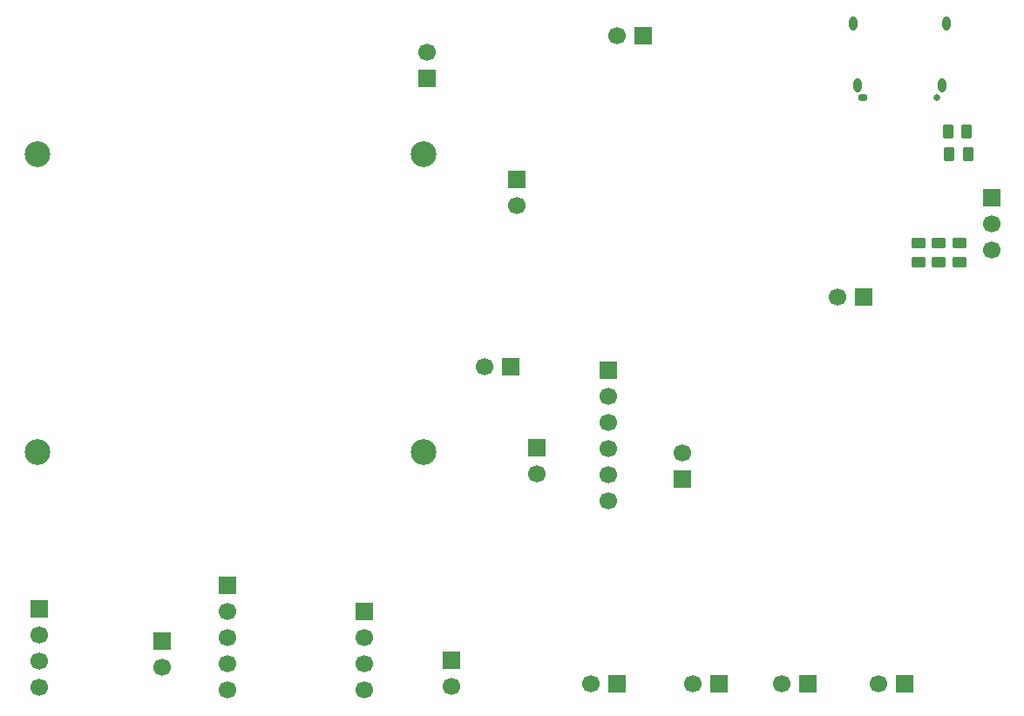
<source format=gbr>
%TF.GenerationSoftware,KiCad,Pcbnew,9.0.1+1*%
%TF.CreationDate,2025-10-28T07:39:43+00:00*%
%TF.ProjectId,ZSWatch-Watch-DevKit,5a535761-7463-4682-9d57-617463682d44,1.1.0+ (Unreleased)*%
%TF.SameCoordinates,Original*%
%TF.FileFunction,Soldermask,Bot*%
%TF.FilePolarity,Negative*%
%FSLAX46Y46*%
G04 Gerber Fmt 4.6, Leading zero omitted, Abs format (unit mm)*
G04 Created by KiCad (PCBNEW 9.0.1+1) date 2025-10-28 07:39:43*
%MOMM*%
%LPD*%
G01*
G04 APERTURE LIST*
G04 Aperture macros list*
%AMRoundRect*
0 Rectangle with rounded corners*
0 $1 Rounding radius*
0 $2 $3 $4 $5 $6 $7 $8 $9 X,Y pos of 4 corners*
0 Add a 4 corners polygon primitive as box body*
4,1,4,$2,$3,$4,$5,$6,$7,$8,$9,$2,$3,0*
0 Add four circle primitives for the rounded corners*
1,1,$1+$1,$2,$3*
1,1,$1+$1,$4,$5*
1,1,$1+$1,$6,$7*
1,1,$1+$1,$8,$9*
0 Add four rect primitives between the rounded corners*
20,1,$1+$1,$2,$3,$4,$5,0*
20,1,$1+$1,$4,$5,$6,$7,0*
20,1,$1+$1,$6,$7,$8,$9,0*
20,1,$1+$1,$8,$9,$2,$3,0*%
G04 Aperture macros list end*
%ADD10R,1.700000X1.700000*%
%ADD11C,1.700000*%
%ADD12C,2.500000*%
%ADD13C,0.650000*%
%ADD14O,0.950000X0.650000*%
%ADD15O,0.800000X1.400000*%
%ADD16RoundRect,0.250000X0.450000X-0.262500X0.450000X0.262500X-0.450000X0.262500X-0.450000X-0.262500X0*%
%ADD17RoundRect,0.250000X0.262500X0.450000X-0.262500X0.450000X-0.262500X-0.450000X0.262500X-0.450000X0*%
G04 APERTURE END LIST*
D10*
%TO.C,X508*%
X200900000Y-120700000D03*
D11*
X200900000Y-118160000D03*
%TD*%
D10*
%TO.C,X503*%
X175100000Y-175400000D03*
D11*
X175100000Y-177940000D03*
%TD*%
D12*
%TO.C,REF\u002A\u002A*%
X200500000Y-157000000D03*
%TD*%
D10*
%TO.C,X610*%
X211500000Y-156600000D03*
D11*
X211500000Y-159140000D03*
%TD*%
D10*
%TO.C,X403*%
X163200000Y-172220000D03*
D11*
X163200000Y-174760000D03*
X163200000Y-177300000D03*
X163200000Y-179840000D03*
%TD*%
D10*
%TO.C,X504*%
X194800000Y-172490000D03*
D11*
X194800000Y-175030000D03*
X194800000Y-177570000D03*
X194800000Y-180110000D03*
%TD*%
D10*
%TO.C,X606*%
X225700000Y-159640000D03*
D11*
X225700000Y-157100000D03*
%TD*%
D10*
%TO.C,X401*%
X221865000Y-116500000D03*
D11*
X219325000Y-116500000D03*
%TD*%
D10*
%TO.C,X501*%
X229200000Y-179500000D03*
D11*
X226660000Y-179500000D03*
%TD*%
D10*
%TO.C,X502*%
X181500000Y-169980000D03*
D11*
X181500000Y-172520000D03*
X181500000Y-175060000D03*
X181500000Y-177600000D03*
X181500000Y-180140000D03*
%TD*%
D10*
%TO.C,X506*%
X237840000Y-179500000D03*
D11*
X235300000Y-179500000D03*
%TD*%
D10*
%TO.C,X607*%
X209600000Y-130525000D03*
D11*
X209600000Y-133065000D03*
%TD*%
D10*
%TO.C,X505*%
X219340000Y-179500000D03*
D11*
X216800000Y-179500000D03*
%TD*%
D10*
%TO.C,X604*%
X255700000Y-132270000D03*
D11*
X255700000Y-134810000D03*
X255700000Y-137350000D03*
%TD*%
D10*
%TO.C,X507*%
X247300000Y-179500000D03*
D11*
X244760000Y-179500000D03*
%TD*%
D13*
%TO.C,X603*%
X250400000Y-122560000D03*
D14*
X243200000Y-122560000D03*
D15*
X251290000Y-115360000D03*
X250930000Y-121310000D03*
X242670000Y-121310000D03*
X242310000Y-115360000D03*
%TD*%
D10*
%TO.C,X609*%
X208975000Y-148700000D03*
D11*
X206435000Y-148700000D03*
%TD*%
D12*
%TO.C,REF\u002A\u002A*%
X163000000Y-157000000D03*
%TD*%
%TO.C,REF\u002A\u002A*%
X200500000Y-128000000D03*
%TD*%
D10*
%TO.C,X510*%
X203200000Y-177260000D03*
D11*
X203200000Y-179800000D03*
%TD*%
D10*
%TO.C,X605*%
X218500000Y-149050000D03*
D11*
X218500000Y-151590000D03*
X218500000Y-154130000D03*
X218500000Y-156670000D03*
X218500000Y-159210000D03*
X218500000Y-161750000D03*
%TD*%
D12*
%TO.C,REF\u002A\u002A*%
X163000000Y-128000000D03*
%TD*%
D10*
%TO.C,X602*%
X243300000Y-141900000D03*
D11*
X240760000Y-141900000D03*
%TD*%
D16*
%TO.C,R607*%
X248600000Y-138512500D03*
X248600000Y-136687500D03*
%TD*%
%TO.C,R611*%
X252600000Y-138512500D03*
X252600000Y-136687500D03*
%TD*%
%TO.C,R608*%
X250600000Y-138512500D03*
X250600000Y-136687500D03*
%TD*%
D17*
%TO.C,R609*%
X253412500Y-128000000D03*
X251587500Y-128000000D03*
%TD*%
%TO.C,R610*%
X253312500Y-125800000D03*
X251487500Y-125800000D03*
%TD*%
M02*

</source>
